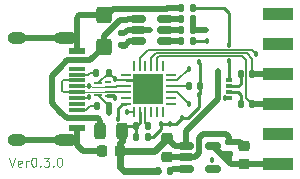
<source format=gtl>
%TF.GenerationSoftware,KiCad,Pcbnew,(6.0.2)*%
%TF.CreationDate,2022-04-27T15:01:21+08:00*%
%TF.ProjectId,USBtoTTL,55534274-6f54-4544-9c2e-6b696361645f,rev?*%
%TF.SameCoordinates,Original*%
%TF.FileFunction,Copper,L1,Top*%
%TF.FilePolarity,Positive*%
%FSLAX45Y45*%
G04 Gerber Fmt 4.5, Leading zero omitted, Abs format (unit mm)*
G04 Created by KiCad (PCBNEW (6.0.2)) date 2022-04-27 15:01:21*
%MOMM*%
%LPD*%
G01*
G04 APERTURE LIST*
G04 Aperture macros list*
%AMRoundRect*
0 Rectangle with rounded corners*
0 $1 Rounding radius*
0 $2 $3 $4 $5 $6 $7 $8 $9 X,Y pos of 4 corners*
0 Add a 4 corners polygon primitive as box body*
4,1,4,$2,$3,$4,$5,$6,$7,$8,$9,$2,$3,0*
0 Add four circle primitives for the rounded corners*
1,1,$1+$1,$2,$3*
1,1,$1+$1,$4,$5*
1,1,$1+$1,$6,$7*
1,1,$1+$1,$8,$9*
0 Add four rect primitives between the rounded corners*
20,1,$1+$1,$2,$3,$4,$5,0*
20,1,$1+$1,$4,$5,$6,$7,0*
20,1,$1+$1,$6,$7,$8,$9,0*
20,1,$1+$1,$8,$9,$2,$3,0*%
G04 Aperture macros list end*
%ADD10C,0.101600*%
%TA.AperFunction,NonConductor*%
%ADD11C,0.101600*%
%TD*%
%TA.AperFunction,SMDPad,CuDef*%
%ADD12RoundRect,0.135000X-0.135000X-0.185000X0.135000X-0.185000X0.135000X0.185000X-0.135000X0.185000X0*%
%TD*%
%TA.AperFunction,SMDPad,CuDef*%
%ADD13RoundRect,0.250000X0.425000X-0.450000X0.425000X0.450000X-0.425000X0.450000X-0.425000X-0.450000X0*%
%TD*%
%TA.AperFunction,SMDPad,CuDef*%
%ADD14RoundRect,0.140000X-0.140000X-0.170000X0.140000X-0.170000X0.140000X0.170000X-0.140000X0.170000X0*%
%TD*%
%TA.AperFunction,SMDPad,CuDef*%
%ADD15RoundRect,0.062500X-0.350000X-0.062500X0.350000X-0.062500X0.350000X0.062500X-0.350000X0.062500X0*%
%TD*%
%TA.AperFunction,SMDPad,CuDef*%
%ADD16RoundRect,0.062500X-0.062500X-0.350000X0.062500X-0.350000X0.062500X0.350000X-0.062500X0.350000X0*%
%TD*%
%TA.AperFunction,SMDPad,CuDef*%
%ADD17R,2.600000X2.600000*%
%TD*%
%TA.AperFunction,SMDPad,CuDef*%
%ADD18RoundRect,0.243750X0.243750X0.456250X-0.243750X0.456250X-0.243750X-0.456250X0.243750X-0.456250X0*%
%TD*%
%TA.AperFunction,SMDPad,CuDef*%
%ADD19R,0.500000X0.320000*%
%TD*%
%TA.AperFunction,SMDPad,CuDef*%
%ADD20R,2.500000X1.000000*%
%TD*%
%TA.AperFunction,SMDPad,CuDef*%
%ADD21RoundRect,0.140000X0.170000X-0.140000X0.170000X0.140000X-0.170000X0.140000X-0.170000X-0.140000X0*%
%TD*%
%TA.AperFunction,SMDPad,CuDef*%
%ADD22RoundRect,0.150000X-0.512500X-0.150000X0.512500X-0.150000X0.512500X0.150000X-0.512500X0.150000X0*%
%TD*%
%TA.AperFunction,SMDPad,CuDef*%
%ADD23RoundRect,0.147500X-0.147500X-0.172500X0.147500X-0.172500X0.147500X0.172500X-0.147500X0.172500X0*%
%TD*%
%TA.AperFunction,SMDPad,CuDef*%
%ADD24RoundRect,0.147500X0.147500X0.172500X-0.147500X0.172500X-0.147500X-0.172500X0.147500X-0.172500X0*%
%TD*%
%TA.AperFunction,SMDPad,CuDef*%
%ADD25R,0.500000X0.200000*%
%TD*%
%TA.AperFunction,SMDPad,CuDef*%
%ADD26R,0.700000X0.200000*%
%TD*%
%TA.AperFunction,SMDPad,CuDef*%
%ADD27RoundRect,0.225000X-0.250000X0.225000X-0.250000X-0.225000X0.250000X-0.225000X0.250000X0.225000X0*%
%TD*%
%TA.AperFunction,SMDPad,CuDef*%
%ADD28RoundRect,0.225000X0.250000X-0.225000X0.250000X0.225000X-0.250000X0.225000X-0.250000X-0.225000X0*%
%TD*%
%TA.AperFunction,SMDPad,CuDef*%
%ADD29RoundRect,0.225000X0.225000X0.250000X-0.225000X0.250000X-0.225000X-0.250000X0.225000X-0.250000X0*%
%TD*%
%TA.AperFunction,SMDPad,CuDef*%
%ADD30R,1.450000X0.600000*%
%TD*%
%TA.AperFunction,SMDPad,CuDef*%
%ADD31R,1.450000X0.300000*%
%TD*%
%TA.AperFunction,ComponentPad*%
%ADD32O,1.600000X1.000000*%
%TD*%
%TA.AperFunction,ComponentPad*%
%ADD33O,2.100000X1.000000*%
%TD*%
%TA.AperFunction,SMDPad,CuDef*%
%ADD34RoundRect,0.135000X0.185000X-0.135000X0.185000X0.135000X-0.185000X0.135000X-0.185000X-0.135000X0*%
%TD*%
%TA.AperFunction,ViaPad*%
%ADD35C,0.457200*%
%TD*%
%TA.AperFunction,Conductor*%
%ADD36C,0.508000*%
%TD*%
%TA.AperFunction,Conductor*%
%ADD37C,0.304800*%
%TD*%
%TA.AperFunction,Conductor*%
%ADD38C,0.254000*%
%TD*%
%TA.AperFunction,Conductor*%
%ADD39C,0.152400*%
%TD*%
%TA.AperFunction,Conductor*%
%ADD40C,0.609600*%
%TD*%
%TA.AperFunction,Conductor*%
%ADD41C,0.101600*%
%TD*%
G04 APERTURE END LIST*
D10*
D11*
X5871754Y-7359831D02*
X5897154Y-7436031D01*
X5922554Y-7359831D01*
X5976983Y-7432403D02*
X5969726Y-7436031D01*
X5955211Y-7436031D01*
X5947954Y-7432403D01*
X5944326Y-7425146D01*
X5944326Y-7396117D01*
X5947954Y-7388860D01*
X5955211Y-7385231D01*
X5969726Y-7385231D01*
X5976983Y-7388860D01*
X5980611Y-7396117D01*
X5980611Y-7403374D01*
X5944326Y-7410631D01*
X6013268Y-7436031D02*
X6013268Y-7385231D01*
X6013268Y-7399746D02*
X6016897Y-7392488D01*
X6020526Y-7388860D01*
X6027783Y-7385231D01*
X6035040Y-7385231D01*
X6074954Y-7359831D02*
X6082211Y-7359831D01*
X6089468Y-7363460D01*
X6093097Y-7367088D01*
X6096726Y-7374346D01*
X6100354Y-7388860D01*
X6100354Y-7407003D01*
X6096726Y-7421517D01*
X6093097Y-7428774D01*
X6089468Y-7432403D01*
X6082211Y-7436031D01*
X6074954Y-7436031D01*
X6067697Y-7432403D01*
X6064068Y-7428774D01*
X6060440Y-7421517D01*
X6056811Y-7407003D01*
X6056811Y-7388860D01*
X6060440Y-7374346D01*
X6064068Y-7367088D01*
X6067697Y-7363460D01*
X6074954Y-7359831D01*
X6133011Y-7428774D02*
X6136640Y-7432403D01*
X6133011Y-7436031D01*
X6129383Y-7432403D01*
X6133011Y-7428774D01*
X6133011Y-7436031D01*
X6162040Y-7359831D02*
X6209211Y-7359831D01*
X6183811Y-7388860D01*
X6194697Y-7388860D01*
X6201954Y-7392488D01*
X6205583Y-7396117D01*
X6209211Y-7403374D01*
X6209211Y-7421517D01*
X6205583Y-7428774D01*
X6201954Y-7432403D01*
X6194697Y-7436031D01*
X6172926Y-7436031D01*
X6165668Y-7432403D01*
X6162040Y-7428774D01*
X6241868Y-7428774D02*
X6245497Y-7432403D01*
X6241868Y-7436031D01*
X6238240Y-7432403D01*
X6241868Y-7428774D01*
X6241868Y-7436031D01*
X6292668Y-7359831D02*
X6299926Y-7359831D01*
X6307183Y-7363460D01*
X6310811Y-7367088D01*
X6314440Y-7374346D01*
X6318068Y-7388860D01*
X6318068Y-7407003D01*
X6314440Y-7421517D01*
X6310811Y-7428774D01*
X6307183Y-7432403D01*
X6299926Y-7436031D01*
X6292668Y-7436031D01*
X6285411Y-7432403D01*
X6281783Y-7428774D01*
X6278154Y-7421517D01*
X6274526Y-7407003D01*
X6274526Y-7388860D01*
X6278154Y-7374346D01*
X6281783Y-7367088D01*
X6285411Y-7363460D01*
X6292668Y-7359831D01*
D12*
%TO.P,R6,1*%
%TO.N,Net-(J2-PadB5)*%
X6611620Y-6924040D03*
%TO.P,R6,2*%
%TO.N,GND*%
X6713620Y-6924040D03*
%TD*%
D13*
%TO.P,C1,1*%
%TO.N,VBUS*%
X6670040Y-6421500D03*
%TO.P,C1,2*%
%TO.N,GND*%
X6670040Y-6151500D03*
%TD*%
D12*
%TO.P,R1,1*%
%TO.N,+5V*%
X7132120Y-7472680D03*
%TO.P,R1,2*%
%TO.N,Net-(R1-Pad2)*%
X7234120Y-7472680D03*
%TD*%
D14*
%TO.P,C4,1*%
%TO.N,+5V*%
X6947160Y-7183120D03*
%TO.P,C4,2*%
%TO.N,GND*%
X7043160Y-7183120D03*
%TD*%
D15*
%TO.P,U3,1,~{RI}*%
%TO.N,/CP_~RI*%
X6854750Y-6656800D03*
%TO.P,U3,2,GND*%
%TO.N,GND*%
X6854750Y-6706800D03*
%TO.P,U3,3,D+*%
%TO.N,Net-(J2-PadA6)*%
X6854750Y-6756800D03*
%TO.P,U3,4,D-*%
%TO.N,Net-(J2-PadA7)*%
X6854750Y-6806800D03*
%TO.P,U3,5,VIO*%
%TO.N,unconnected-(U3-Pad5)*%
X6854750Y-6856800D03*
%TO.P,U3,6,VDD*%
%TO.N,Net-(JP2-Pad1)*%
X6854750Y-6906800D03*
D16*
%TO.P,U3,7,REGIN*%
%TO.N,Net-(JP1-Pad2)*%
X6923500Y-6975550D03*
%TO.P,U3,8,VBUS*%
%TO.N,+5V*%
X6973500Y-6975550D03*
%TO.P,U3,9,~{RST}*%
%TO.N,Net-(R4-Pad2)*%
X7023500Y-6975550D03*
%TO.P,U3,10,NC*%
%TO.N,unconnected-(U3-Pad10)*%
X7073500Y-6975550D03*
%TO.P,U3,11,GPIO.3*%
%TO.N,/GPIO3*%
X7123500Y-6975550D03*
%TO.P,U3,12,RS485/GPIO.2*%
%TO.N,/GPIO2*%
X7173500Y-6975550D03*
D15*
%TO.P,U3,13,RXT/GPIO.1*%
%TO.N,/GPIO1*%
X7242250Y-6906800D03*
%TO.P,U3,14,TXT/GPIO.0*%
%TO.N,/GPIO0*%
X7242250Y-6856800D03*
%TO.P,U3,15,~{SUSPEND}*%
%TO.N,Net-(TP2-Pad1)*%
X7242250Y-6806800D03*
%TO.P,U3,16,VPP*%
%TO.N,Net-(C9-Pad1)*%
X7242250Y-6756800D03*
%TO.P,U3,17,SUSPEND*%
%TO.N,Net-(TP1-Pad1)*%
X7242250Y-6706800D03*
%TO.P,U3,18,~{CTS}*%
%TO.N,/CP_~CTS*%
X7242250Y-6656800D03*
D16*
%TO.P,U3,19,~{RTS}*%
%TO.N,/CP_~RTS*%
X7173500Y-6588050D03*
%TO.P,U3,20,RXD*%
%TO.N,/CP_RXD*%
X7123500Y-6588050D03*
%TO.P,U3,21,TXD*%
%TO.N,/CP_TXD*%
X7073500Y-6588050D03*
%TO.P,U3,22,~{DSR}*%
%TO.N,/CP_~DSR*%
X7023500Y-6588050D03*
%TO.P,U3,23,~{DTR}*%
%TO.N,/CP_~DTR*%
X6973500Y-6588050D03*
%TO.P,U3,24,~{DCD}*%
%TO.N,/CP_~DCD*%
X6923500Y-6588050D03*
D17*
%TO.P,U3,25,GND*%
%TO.N,GND*%
X7048500Y-6781800D03*
%TD*%
D14*
%TO.P,C9,1*%
%TO.N,Net-(C9-Pad1)*%
X7389120Y-6756400D03*
%TO.P,C9,2*%
%TO.N,GND*%
X7485120Y-6756400D03*
%TD*%
D18*
%TO.P,F1,1*%
%TO.N,+5V*%
X6827290Y-7137400D03*
%TO.P,F1,2*%
%TO.N,VBUS*%
X6639790Y-7137400D03*
%TD*%
D19*
%TO.P,RN1,1,R1.1*%
%TO.N,Net-(D1-Pad2)*%
X7733500Y-6856800D03*
%TO.P,RN1,2,R2.1*%
%TO.N,Net-(RN1-Pad2)*%
X7733500Y-6806800D03*
%TO.P,RN1,3,R3.1*%
%TO.N,Net-(D2-Pad2)*%
X7733500Y-6756800D03*
%TO.P,RN1,4,R4.1*%
%TO.N,Net-(RN1-Pad4)*%
X7733500Y-6706800D03*
%TO.P,RN1,5,R4.2*%
%TO.N,+5V*%
X7633500Y-6706800D03*
%TO.P,RN1,6,R3.2*%
X7633500Y-6756800D03*
%TO.P,RN1,7,R2.2*%
X7633500Y-6806800D03*
%TO.P,RN1,8,R1.2*%
X7633500Y-6856800D03*
%TD*%
D20*
%TO.P,J1,1,Pin_1*%
%TO.N,GND*%
X8147000Y-6144260D03*
%TO.P,J1,2,Pin_2*%
%TO.N,+5V*%
X8147000Y-6398260D03*
%TO.P,J1,3,Pin_3*%
%TO.N,/CP_TXD*%
X8147000Y-6652260D03*
%TO.P,J1,4,Pin_4*%
%TO.N,/CP_RXD*%
X8147000Y-6906260D03*
%TO.P,J1,5,Pin_5*%
%TO.N,/CP_~DTR*%
X8147000Y-7160260D03*
%TO.P,J1,6,Pin_6*%
%TO.N,+3V3*%
X8147000Y-7414260D03*
%TD*%
D12*
%TO.P,R3,1*%
%TO.N,Net-(R3-Pad1)*%
X7322620Y-6278880D03*
%TO.P,R3,2*%
%TO.N,GND*%
X7424620Y-6278880D03*
%TD*%
D21*
%TO.P,C2,1*%
%TO.N,VBUS*%
X6822440Y-6197340D03*
%TO.P,C2,2*%
%TO.N,GND*%
X6822440Y-6101340D03*
%TD*%
D22*
%TO.P,U1,1,IN*%
%TO.N,+5V*%
X7369090Y-7263380D03*
%TO.P,U1,2,GND*%
%TO.N,GND*%
X7369090Y-7358380D03*
%TO.P,U1,3,EN*%
%TO.N,Net-(R1-Pad2)*%
X7369090Y-7453380D03*
%TO.P,U1,4,BP*%
%TO.N,unconnected-(U1-Pad4)*%
X7596590Y-7453380D03*
%TO.P,U1,5,OUT*%
%TO.N,+3V3*%
X7596590Y-7263380D03*
%TD*%
D23*
%TO.P,D4,1,K*%
%TO.N,GND*%
X7325120Y-6090920D03*
%TO.P,D4,2,A*%
%TO.N,Net-(RN1-Pad4)*%
X7422120Y-6090920D03*
%TD*%
D24*
%TO.P,D3,1,K*%
%TO.N,/CP_RXD*%
X7925990Y-6906260D03*
%TO.P,D3,2,A*%
%TO.N,Net-(RN1-Pad2)*%
X7828990Y-6906260D03*
%TD*%
D25*
%TO.P,U4,1,I/O*%
%TO.N,VBUS*%
X6702340Y-6841800D03*
%TO.P,U4,2,I/O*%
%TO.N,Net-(J2-PadA7)*%
X6702340Y-6801800D03*
%TO.P,U4,3,I/O*%
%TO.N,Net-(J2-PadA6)*%
X6702340Y-6761800D03*
%TO.P,U4,4,I/O*%
%TO.N,unconnected-(U4-Pad4)*%
X6702340Y-6721800D03*
D26*
%TO.P,U4,5,GND*%
%TO.N,GND*%
X6622340Y-6731800D03*
%TO.P,U4,6,GND*%
X6622340Y-6831800D03*
%TD*%
D14*
%TO.P,C8,1*%
%TO.N,+5V*%
X7327620Y-6184900D03*
%TO.P,C8,2*%
%TO.N,GND*%
X7423620Y-6184900D03*
%TD*%
D12*
%TO.P,R5,1*%
%TO.N,Net-(J2-PadA5)*%
X6608880Y-6639560D03*
%TO.P,R5,2*%
%TO.N,GND*%
X6710880Y-6639560D03*
%TD*%
%TO.P,R4,1*%
%TO.N,+5V*%
X6944160Y-7089140D03*
%TO.P,R4,2*%
%TO.N,Net-(R4-Pad2)*%
X7046160Y-7089140D03*
%TD*%
D27*
%TO.P,C3,1*%
%TO.N,+5V*%
X7203440Y-7197060D03*
%TO.P,C3,2*%
%TO.N,GND*%
X7203440Y-7352060D03*
%TD*%
D28*
%TO.P,C5,1*%
%TO.N,+3V3*%
X7853880Y-7413020D03*
%TO.P,C5,2*%
%TO.N,GND*%
X7853880Y-7258020D03*
%TD*%
D29*
%TO.P,C7,1*%
%TO.N,+5V*%
X6811040Y-7305040D03*
%TO.P,C7,2*%
%TO.N,GND*%
X6656040Y-7305040D03*
%TD*%
D22*
%TO.P,U2,1,IN*%
%TO.N,VBUS*%
X6960150Y-6183880D03*
%TO.P,U2,2,GND*%
%TO.N,GND*%
X6960150Y-6278880D03*
%TO.P,U2,3,EN*%
%TO.N,Net-(R2-Pad1)*%
X6960150Y-6373880D03*
%TO.P,U2,4,/OC*%
%TO.N,Net-(D1-Pad1)*%
X7187650Y-6373880D03*
%TO.P,U2,5,ILIM*%
%TO.N,Net-(R3-Pad1)*%
X7187650Y-6278880D03*
%TO.P,U2,6,OUTPUT*%
%TO.N,+5V*%
X7187650Y-6183880D03*
%TD*%
D21*
%TO.P,C6,1*%
%TO.N,+3V3*%
X7734500Y-7327640D03*
%TO.P,C6,2*%
%TO.N,GND*%
X7734500Y-7231640D03*
%TD*%
D30*
%TO.P,J2,A1,GND*%
%TO.N,GND*%
X6441960Y-6456800D03*
%TO.P,J2,A4,VBUS*%
%TO.N,VBUS*%
X6441960Y-6536800D03*
D31*
%TO.P,J2,A5,CC1*%
%TO.N,Net-(J2-PadA5)*%
X6441960Y-6656800D03*
%TO.P,J2,A6,D+*%
%TO.N,Net-(J2-PadA6)*%
X6441960Y-6756800D03*
%TO.P,J2,A7,D-*%
%TO.N,Net-(J2-PadA7)*%
X6441960Y-6806800D03*
%TO.P,J2,A8,SBU1*%
%TO.N,unconnected-(J2-PadA8)*%
X6441960Y-6906800D03*
D30*
%TO.P,J2,A9,VBUS*%
%TO.N,VBUS*%
X6441960Y-7026800D03*
%TO.P,J2,A12,GND*%
%TO.N,GND*%
X6441960Y-7106800D03*
%TO.P,J2,B1,GND*%
X6441960Y-7106800D03*
%TO.P,J2,B4,VBUS*%
%TO.N,VBUS*%
X6441960Y-7026800D03*
D31*
%TO.P,J2,B5,CC2*%
%TO.N,Net-(J2-PadB5)*%
X6441960Y-6956800D03*
%TO.P,J2,B6,D+*%
%TO.N,Net-(J2-PadA6)*%
X6441960Y-6856800D03*
%TO.P,J2,B7,D-*%
%TO.N,Net-(J2-PadA7)*%
X6441960Y-6706800D03*
%TO.P,J2,B8,SBU2*%
%TO.N,unconnected-(J2-PadB8)*%
X6441960Y-6606800D03*
D30*
%TO.P,J2,B9,VBUS*%
%TO.N,VBUS*%
X6441960Y-6536800D03*
%TO.P,J2,B12,GND*%
%TO.N,GND*%
X6441960Y-6456800D03*
D32*
%TO.P,J2,S1,SHIELD*%
X5932460Y-6349800D03*
X5932460Y-7213800D03*
D33*
X6350460Y-6349800D03*
X6350460Y-7213800D03*
%TD*%
D23*
%TO.P,D1,1,K*%
%TO.N,Net-(D1-Pad1)*%
X7325120Y-6375400D03*
%TO.P,D1,2,A*%
%TO.N,Net-(D1-Pad2)*%
X7422120Y-6375400D03*
%TD*%
D24*
%TO.P,D2,1,K*%
%TO.N,/CP_TXD*%
X7925990Y-6652260D03*
%TO.P,D2,2,A*%
%TO.N,Net-(D2-Pad2)*%
X7828990Y-6652260D03*
%TD*%
D34*
%TO.P,R2,1*%
%TO.N,Net-(R2-Pad1)*%
X6822440Y-6408620D03*
%TO.P,R2,2*%
%TO.N,GND*%
X6822440Y-6306620D03*
%TD*%
D35*
%TO.N,VBUS*%
X6876800Y-6183880D03*
X6544420Y-7026800D03*
X6617970Y-7026910D03*
X6554740Y-6536800D03*
X6670040Y-6332220D03*
X6768855Y-6851856D03*
%TO.N,GND*%
X6464680Y-6151500D03*
X7015480Y-6814820D03*
X7165080Y-6101340D03*
X6951980Y-6687820D03*
X6551040Y-6151500D03*
X7538720Y-6278880D03*
X7078980Y-6814820D03*
X6888220Y-6101340D03*
X7015480Y-6687820D03*
X7015480Y-6751320D03*
X7279640Y-7358380D03*
X8077200Y-6146800D03*
X7061200Y-6278880D03*
X8229600Y-6146800D03*
X7142480Y-6878320D03*
X7332980Y-7025640D03*
X6982200Y-6101340D03*
X7078980Y-6878320D03*
X7251700Y-6090920D03*
X7078980Y-6751320D03*
X7520940Y-7160260D03*
X7228840Y-7078980D03*
X7693660Y-7160260D03*
X6570980Y-7305040D03*
X6951980Y-6814820D03*
X7477760Y-6548070D03*
X7015480Y-6878320D03*
X6951980Y-6751320D03*
X7475220Y-6830060D03*
X8148320Y-6146800D03*
X6490970Y-7303770D03*
X7485380Y-6278880D03*
X6873240Y-6278880D03*
X7073640Y-6101340D03*
X7142480Y-6751320D03*
X7078980Y-6687820D03*
X7142480Y-6814820D03*
X6761480Y-6101080D03*
X7480300Y-7287260D03*
X6951980Y-6878320D03*
X6713220Y-6982508D03*
X7152640Y-7078980D03*
X6766660Y-6695340D03*
X7142480Y-6687820D03*
%TO.N,+5V*%
X8147000Y-6398260D03*
X6906260Y-7472680D03*
X6967220Y-7305040D03*
X6813550Y-7230110D03*
X7134210Y-7266290D03*
X8232140Y-6398260D03*
X7561580Y-6939280D03*
X7270500Y-7263380D03*
X7038340Y-7472680D03*
X7278620Y-6183880D03*
X6811040Y-7407880D03*
X7633500Y-6629400D03*
X7428230Y-7072630D03*
X8074660Y-6398260D03*
%TO.N,+3V3*%
X8147000Y-7414260D03*
X8074660Y-7414260D03*
X8221980Y-7414260D03*
%TO.N,Net-(C9-Pad1)*%
X7389120Y-6756400D03*
%TO.N,Net-(D1-Pad2)*%
X7696950Y-6856800D03*
X7541260Y-6375400D03*
%TO.N,/CP_TXD*%
X8067040Y-6652260D03*
X8147000Y-6652260D03*
X8229600Y-6652260D03*
%TO.N,/CP_RXD*%
X8147000Y-6906260D03*
X8069580Y-6906260D03*
X8232140Y-6906260D03*
%TO.N,/CP_~DTR*%
X8229600Y-7160260D03*
X7955280Y-6482080D03*
X8147000Y-7160260D03*
X8074660Y-7160260D03*
%TO.N,Net-(J2-PadA6)*%
X6548120Y-6850380D03*
X6548120Y-6756400D03*
%TO.N,Net-(JP1-Pad2)*%
X6868160Y-6975480D03*
%TO.N,Net-(JP2-Pad1)*%
X7584440Y-7376160D03*
X6786880Y-7030720D03*
%TO.N,Net-(TP1-Pad1)*%
X7391400Y-6609080D03*
%TO.N,Net-(TP2-Pad1)*%
X7391400Y-6906260D03*
%TO.N,Net-(RN1-Pad4)*%
X7734300Y-6405880D03*
X7734300Y-6543040D03*
%TD*%
D36*
%TO.N,VBUS*%
X6617860Y-7026800D02*
X6617970Y-7026910D01*
D37*
X6747660Y-6841800D02*
X6758800Y-6841800D01*
D36*
X6804920Y-6197340D02*
X6670040Y-6332220D01*
X6301740Y-6969760D02*
X6358780Y-7026800D01*
X6228080Y-6896100D02*
X6228080Y-6670040D01*
X6228080Y-6670040D02*
X6299200Y-6598920D01*
X6441960Y-7026800D02*
X6544420Y-7026800D01*
X6822440Y-6197340D02*
X6804920Y-6197340D01*
X6863340Y-6197340D02*
X6876800Y-6183880D01*
X6822440Y-6197340D02*
X6863340Y-6197340D01*
X6544420Y-7026800D02*
X6617860Y-7026800D01*
X6299200Y-6598920D02*
X6361320Y-6536800D01*
X6301740Y-6969760D02*
X6228080Y-6896100D01*
X6554740Y-6536800D02*
X6670040Y-6421500D01*
X6441960Y-6536800D02*
X6554740Y-6536800D01*
D37*
X6702340Y-6841800D02*
X6747660Y-6841800D01*
X6758800Y-6841800D02*
X6768855Y-6851856D01*
D36*
X6670040Y-6332220D02*
X6670040Y-6421500D01*
X6876800Y-6183880D02*
X6960150Y-6183880D01*
X6617970Y-7026910D02*
X6639790Y-7048730D01*
X6361320Y-6536800D02*
X6441960Y-6536800D01*
X6639790Y-7048730D02*
X6639790Y-7137400D01*
X6358780Y-7026800D02*
X6441960Y-7026800D01*
D38*
%TO.N,GND*%
X7475220Y-6934200D02*
X7383780Y-7025640D01*
D39*
X6622340Y-6831800D02*
X6622340Y-6832760D01*
D38*
X7383780Y-7025640D02*
X7332980Y-7025640D01*
D36*
X7165080Y-6101340D02*
X7200640Y-6101340D01*
X7693660Y-7160260D02*
X7706360Y-7160260D01*
X7423620Y-6277880D02*
X7424620Y-6278880D01*
X6713620Y-6982108D02*
X6713220Y-6982508D01*
X7251700Y-6090920D02*
X7325120Y-6090920D01*
D38*
X7043160Y-7183120D02*
X7089140Y-7183120D01*
X6854750Y-6706800D02*
X6933000Y-6706800D01*
D36*
X7480300Y-7190740D02*
X7510780Y-7160260D01*
X6441960Y-7254760D02*
X6490970Y-7303770D01*
X7480300Y-7322820D02*
X7480300Y-7287260D01*
X7200640Y-6101340D02*
X7211060Y-6090920D01*
X7520940Y-7160260D02*
X7693660Y-7160260D01*
D38*
X7152640Y-7119620D02*
X7152640Y-7078980D01*
X7485120Y-6820160D02*
X7475220Y-6830060D01*
D36*
X6822440Y-6306620D02*
X6845500Y-6306620D01*
X6822440Y-6101340D02*
X6888220Y-6101340D01*
X6570980Y-7305040D02*
X6656040Y-7305040D01*
X5932460Y-7213800D02*
X6350460Y-7213800D01*
X6748780Y-6101080D02*
X6761480Y-6101080D01*
X7424620Y-6278880D02*
X7485380Y-6278880D01*
X6698360Y-6151500D02*
X6748780Y-6101080D01*
X6713620Y-6924040D02*
X6713620Y-6982108D01*
X6982200Y-6101340D02*
X7073640Y-6101340D01*
X6490970Y-7303770D02*
X6492240Y-7305040D01*
X6441960Y-7106800D02*
X6441960Y-7254760D01*
X6888220Y-6101340D02*
X6982200Y-6101340D01*
D39*
X6622340Y-6728100D02*
X6710880Y-6639560D01*
D36*
X7480300Y-7287260D02*
X7480300Y-7190740D01*
X7279640Y-7358380D02*
X7209760Y-7358380D01*
X7209760Y-7358380D02*
X7203440Y-7352060D01*
X6873240Y-6278880D02*
X6960150Y-6278880D01*
D39*
X6778120Y-6706800D02*
X6766660Y-6695340D01*
D36*
X7444740Y-7358380D02*
X7480300Y-7322820D01*
X6822180Y-6101080D02*
X6822440Y-6101340D01*
X7369090Y-7358380D02*
X7444740Y-7358380D01*
X6441960Y-6174220D02*
X6464680Y-6151500D01*
D38*
X7475220Y-6830060D02*
X7475220Y-6934200D01*
D36*
X7827500Y-7231640D02*
X7853880Y-7258020D01*
X6670040Y-6151500D02*
X6698360Y-6151500D01*
X6492240Y-7305040D02*
X6570980Y-7305040D01*
D39*
X6622340Y-6832760D02*
X6713620Y-6924040D01*
D36*
X6960150Y-6278880D02*
X7061200Y-6278880D01*
X7734500Y-7188400D02*
X7734500Y-7231640D01*
X6551040Y-6151500D02*
X6670040Y-6151500D01*
X5932460Y-6349800D02*
X6350460Y-6349800D01*
X7485380Y-6278880D02*
X7538720Y-6278880D01*
D38*
X7485120Y-6756400D02*
X7485120Y-6820160D01*
X6933000Y-6706800D02*
X6951980Y-6687820D01*
X7485120Y-6756400D02*
X7485120Y-6555430D01*
D36*
X7510780Y-7160260D02*
X7520940Y-7160260D01*
X6845500Y-6306620D02*
X6873240Y-6278880D01*
X7706360Y-7160260D02*
X7734500Y-7188400D01*
X7423620Y-6184900D02*
X7423620Y-6277880D01*
D38*
X7485120Y-6555430D02*
X7477760Y-6548070D01*
D39*
X6622340Y-6731800D02*
X6622340Y-6728100D01*
D38*
X7332980Y-7025640D02*
X7279640Y-7078980D01*
D39*
X6854750Y-6706800D02*
X6778120Y-6706800D01*
D36*
X7211060Y-6090920D02*
X7251700Y-6090920D01*
D38*
X7279640Y-7078980D02*
X7152640Y-7078980D01*
D36*
X7073640Y-6101340D02*
X7165080Y-6101340D01*
D39*
X6766660Y-6695340D02*
X6710880Y-6639560D01*
D36*
X6761480Y-6101080D02*
X6822180Y-6101080D01*
X7369090Y-7358380D02*
X7279640Y-7358380D01*
X6464680Y-6151500D02*
X6551040Y-6151500D01*
X7734500Y-7231640D02*
X7827500Y-7231640D01*
X6441960Y-6456800D02*
X6441960Y-6174220D01*
D38*
X7089140Y-7183120D02*
X7152640Y-7119620D01*
D36*
%TO.N,+5V*%
X7428230Y-7072630D02*
X7561580Y-6939280D01*
X7187650Y-6183880D02*
X7278620Y-6183880D01*
X7269760Y-7263380D02*
X7203440Y-7197060D01*
D40*
X7095460Y-7305040D02*
X7134210Y-7266290D01*
X6827290Y-7216370D02*
X6813550Y-7230110D01*
D38*
X6947160Y-7182660D02*
X6944160Y-7185660D01*
D36*
X7369090Y-7263380D02*
X7369090Y-7131770D01*
X7369090Y-7263380D02*
X7270500Y-7263380D01*
D40*
X6811040Y-7305040D02*
X6811040Y-7407880D01*
D36*
X7633500Y-6736880D02*
X7633500Y-6630200D01*
X7278620Y-6183880D02*
X7326600Y-6183880D01*
D38*
X6947160Y-7089140D02*
X6875550Y-7089140D01*
D40*
X6840220Y-7472680D02*
X6906260Y-7472680D01*
X6813550Y-7230110D02*
X6811040Y-7232620D01*
D38*
X6947160Y-7089140D02*
X6947160Y-7182660D01*
D36*
X7326600Y-6183880D02*
X7327620Y-6184900D01*
D38*
X6973500Y-7062800D02*
X6947160Y-7089140D01*
D36*
X7369090Y-7131770D02*
X7428230Y-7072630D01*
X7633500Y-6867360D02*
X7633500Y-6736880D01*
D40*
X6827290Y-7137400D02*
X6827290Y-7216370D01*
D36*
X7270500Y-7263380D02*
X7269760Y-7263380D01*
D40*
X6967220Y-7305040D02*
X7095460Y-7305040D01*
X6811040Y-7443500D02*
X6840220Y-7472680D01*
X6811040Y-7407880D02*
X6811040Y-7443500D01*
X6906260Y-7472680D02*
X7038340Y-7472680D01*
X6811040Y-7305040D02*
X6967220Y-7305040D01*
X7038340Y-7472680D02*
X7132120Y-7472680D01*
X6811040Y-7232620D02*
X6811040Y-7305040D01*
D38*
X6973500Y-6975550D02*
X6973500Y-7062800D01*
X6875550Y-7089140D02*
X6827290Y-7137400D01*
D36*
X7561580Y-6939280D02*
X7633500Y-6867360D01*
D40*
X7134210Y-7266290D02*
X7203440Y-7197060D01*
D36*
X7633500Y-6736880D02*
X7633500Y-6706800D01*
%TO.N,+3V3*%
X7728185Y-7394975D02*
X7747470Y-7414260D01*
X7734500Y-7388660D02*
X7728185Y-7394975D01*
X7734500Y-7327640D02*
X7734500Y-7388660D01*
X7664685Y-7331475D02*
X7728185Y-7394975D01*
X8074660Y-7414260D02*
X8147000Y-7414260D01*
X7734500Y-7327640D02*
X7668520Y-7327640D01*
X7747470Y-7414260D02*
X8074660Y-7414260D01*
X7596590Y-7263380D02*
X7664685Y-7331475D01*
X7668520Y-7327640D02*
X7664685Y-7331475D01*
D39*
%TO.N,Net-(C9-Pad1)*%
X7242250Y-6756800D02*
X7388720Y-6756800D01*
X7388720Y-6756800D02*
X7389120Y-6756400D01*
D36*
%TO.N,Net-(D1-Pad1)*%
X7187650Y-6373880D02*
X7323600Y-6373880D01*
X7323600Y-6373880D02*
X7325120Y-6375400D01*
D38*
%TO.N,Net-(D1-Pad2)*%
X7422120Y-6375400D02*
X7541260Y-6375400D01*
X7696950Y-6856800D02*
X7733500Y-6856800D01*
D39*
%TO.N,/CP_TXD*%
X7073500Y-6515500D02*
X7114540Y-6474460D01*
X7114540Y-6474460D02*
X7879080Y-6474460D01*
X7879080Y-6474460D02*
X7925990Y-6521370D01*
D36*
X8147000Y-6652260D02*
X8067040Y-6652260D01*
D39*
X7925990Y-6521370D02*
X7925990Y-6652260D01*
X7073500Y-6588050D02*
X7073500Y-6515500D01*
D36*
X8067040Y-6652260D02*
X7925990Y-6652260D01*
D38*
%TO.N,Net-(D2-Pad2)*%
X7807560Y-6756800D02*
X7828990Y-6735370D01*
X7733500Y-6756800D02*
X7807560Y-6756800D01*
X7828990Y-6735370D02*
X7828990Y-6652260D01*
D39*
%TO.N,/CP_RXD*%
X7123500Y-6588050D02*
X7123500Y-6516300D01*
D36*
X8069580Y-6906260D02*
X7925990Y-6906260D01*
D39*
X7123500Y-6516300D02*
X7137400Y-6502400D01*
X7876540Y-6535420D02*
X7876540Y-6856810D01*
X7843520Y-6502400D02*
X7876540Y-6535420D01*
D36*
X8147000Y-6906260D02*
X8069580Y-6906260D01*
D39*
X7137400Y-6502400D02*
X7843520Y-6502400D01*
X7876540Y-6856810D02*
X7925990Y-6906260D01*
%TO.N,/CP_~DTR*%
X8145780Y-7159040D02*
X8147000Y-7160260D01*
X7043372Y-6449108D02*
X7889581Y-6449108D01*
X7033260Y-6459220D02*
X7043372Y-6449108D01*
X7922308Y-6449108D02*
X7955280Y-6482080D01*
X6973500Y-6588050D02*
X6973500Y-6518980D01*
X6973500Y-6518980D02*
X7033260Y-6459220D01*
X7889581Y-6449108D02*
X7922308Y-6449108D01*
%TO.N,Net-(J2-PadA5)*%
X6533420Y-6656800D02*
X6550660Y-6639560D01*
X6550660Y-6639560D02*
X6608880Y-6639560D01*
X6441960Y-6656800D02*
X6533420Y-6656800D01*
%TO.N,Net-(J2-PadA6)*%
X6776320Y-6756800D02*
X6771320Y-6761800D01*
X6771320Y-6761800D02*
X6702340Y-6761800D01*
D41*
X6548120Y-6756400D02*
X6561398Y-6756400D01*
X6561398Y-6756400D02*
X6567069Y-6762071D01*
X6702069Y-6762071D02*
X6702340Y-6761800D01*
D39*
X6541700Y-6856800D02*
X6548120Y-6850380D01*
X6441960Y-6856800D02*
X6541700Y-6856800D01*
X6854750Y-6756800D02*
X6776320Y-6756800D01*
D41*
X6567069Y-6762071D02*
X6702069Y-6762071D01*
X6441960Y-6756800D02*
X6442360Y-6756400D01*
X6442360Y-6756400D02*
X6548120Y-6756400D01*
D39*
%TO.N,Net-(J2-PadA7)*%
X6319520Y-6794500D02*
X6331820Y-6806800D01*
D41*
X6566491Y-6801529D02*
X6702069Y-6801529D01*
D39*
X6776320Y-6806800D02*
X6771320Y-6801800D01*
X6328480Y-6706800D02*
X6319520Y-6715760D01*
D41*
X6561220Y-6806800D02*
X6566491Y-6801529D01*
D39*
X6441960Y-6706800D02*
X6328480Y-6706800D01*
X6771320Y-6801800D02*
X6702340Y-6801800D01*
X6319520Y-6715760D02*
X6319520Y-6794500D01*
X6854750Y-6806800D02*
X6776320Y-6806800D01*
D41*
X6441960Y-6806800D02*
X6561220Y-6806800D01*
X6702069Y-6801529D02*
X6702340Y-6801800D01*
D39*
X6331820Y-6806800D02*
X6441960Y-6806800D01*
%TO.N,Net-(J2-PadB5)*%
X6520440Y-6956800D02*
X6553200Y-6924040D01*
X6441960Y-6956800D02*
X6520440Y-6956800D01*
X6553200Y-6924040D02*
X6611620Y-6924040D01*
%TO.N,Net-(JP1-Pad2)*%
X6868230Y-6975550D02*
X6868160Y-6975480D01*
X6923500Y-6975550D02*
X6868230Y-6975550D01*
D38*
%TO.N,Net-(JP2-Pad1)*%
X6786880Y-6949440D02*
X6786880Y-7030720D01*
X6829520Y-6906800D02*
X6802120Y-6934200D01*
X6854750Y-6906800D02*
X6829520Y-6906800D01*
X6802120Y-6934200D02*
X6786880Y-6949440D01*
D36*
%TO.N,Net-(R1-Pad2)*%
X7234120Y-7472680D02*
X7253420Y-7453380D01*
X7253420Y-7453380D02*
X7369090Y-7453380D01*
D39*
%TO.N,Net-(R2-Pad1)*%
X6822640Y-6408620D02*
X6824980Y-6410960D01*
D36*
X6850380Y-6410960D02*
X6887460Y-6373880D01*
X6887460Y-6373880D02*
X6960150Y-6373880D01*
D39*
X6822440Y-6408620D02*
X6822640Y-6408620D01*
D36*
X6824980Y-6410960D02*
X6850380Y-6410960D01*
%TO.N,Net-(R3-Pad1)*%
X7187650Y-6278880D02*
X7322620Y-6278880D01*
D39*
%TO.N,Net-(R4-Pad2)*%
X7023500Y-7066480D02*
X7046160Y-7089140D01*
X7023500Y-6975550D02*
X7023500Y-7066480D01*
%TO.N,Net-(TP1-Pad1)*%
X7293680Y-6706800D02*
X7391400Y-6609080D01*
X7242250Y-6706800D02*
X7293680Y-6706800D01*
%TO.N,Net-(TP2-Pad1)*%
X7242250Y-6806800D02*
X7291940Y-6806800D01*
X7291940Y-6806800D02*
X7391400Y-6906260D01*
D38*
%TO.N,Net-(RN1-Pad4)*%
X7724140Y-6123940D02*
X7734300Y-6134100D01*
X7734300Y-6706000D02*
X7733500Y-6706800D01*
X7422120Y-6090920D02*
X7691120Y-6090920D01*
X7691120Y-6090920D02*
X7724140Y-6123940D01*
X7734300Y-6543040D02*
X7734300Y-6706000D01*
X7734300Y-6134100D02*
X7734300Y-6405880D01*
%TO.N,Net-(RN1-Pad2)*%
X7828990Y-6828230D02*
X7828990Y-6906260D01*
X7733500Y-6806800D02*
X7807560Y-6806800D01*
X7807560Y-6806800D02*
X7828990Y-6828230D01*
%TD*%
M02*

</source>
